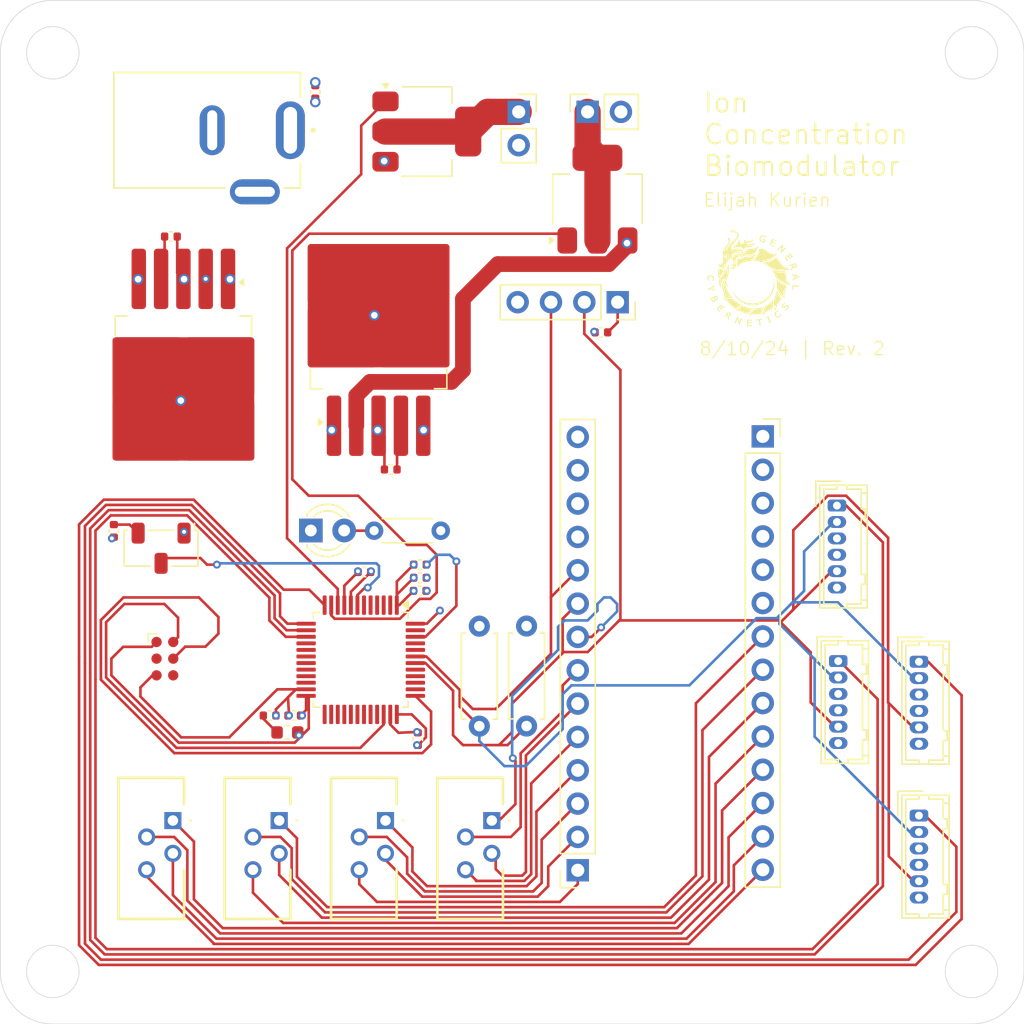
<source format=kicad_pcb>
(kicad_pcb (version 20240108) (generator "pcbnew") (generator_version "8.0")
  (layers (0 "F.Cu" signal) (1 "In1.Cu" power "Power") (2 "In2.Cu" power "GND") (31 "B.Cu" signal) (34 "B.Paste" user) (35 "F.Paste" user) (36 "B.SilkS" user "B.Silkscreen") (37 "F.SilkS" user "F.Silkscreen") (38 "B.Mask" user) (39 "F.Mask" user) (44 "Edge.Cuts" user))
  (net 0 "")
  (net 1 "GND")
  (net 2 "Net-(U4-FB)")
  (net 3 "Net-(SW2-A)")
  (net 4 "Net-(U1-FB)")
  (net 5 "+3.3V")
  (net 6 "Net-(C25-Pad1)")
  (net 7 "Net-(D2-A)")
  (net 8 "Net-(J11-Pin_5)")
  (net 9 "Net-(J11-Pin_6)")
  (net 10 "Net-(J11-Pin_8)")
  (net 11 "Net-(J11-Pin_7)")
  (net 12 "Net-(J11-Pin_1)")
  (net 13 "Net-(J11-Pin_4)")
  (net 14 "Net-(J11-Pin_2)")
  (net 15 "Net-(J11-Pin_3)")
  (net 16 "/I2C_SDA")
  (net 17 "+5V")
  (net 18 "Net-(J12-Pin_9)")
  (net 19 "Net-(J12-Pin_13)")
  (net 20 "Net-(J12-Pin_12)")
  (net 21 "Net-(J12-Pin_8)")
  (net 24 "Net-(J12-Pin_7)")
  (net 26 "Net-(J12-Pin_14)")
  (net 27 "Net-(J12-Pin_11)")
  (net 28 "Net-(J12-Pin_10)")
  (net 30 "/SWDIO")
  (net 32 "/SWCLK")
  (net 34 "Net-(J16-Pin_1)")
  (net 35 "+12V")
  (net 36 "/PELT_OUT")
  (net 37 "/SOLEN_OUT")
  (net 38 "/NRST")
  (net 39 "/I2C_SCK")
  (net 42 "/IRQn3")
  (net 57 "/IRQn4")
  (net 73 "/IRQn1")
  (net 75 "/IRQn2")
  (net 76 "Net-(Q3-D)")
  (footprint "Inductor_SMD:L_0603_1608Metric" (layer "F.Cu") (at 142.875 106.7875)
    (property "Reference" "FB2" (hide yes))
    (property "Value" "120R")
  )
  (footprint "Resistor_THT:R_Axial_DIN0207_L6.3mm_D2.5mm_P7.62mm_Horizontal" (layer "F.Cu") (at 161.1 98.68 -90)
    (property "Reference" "R1" (hide yes))
    (property "Value" "10,000R")
  )
  (footprint "Package_TO_SOT_SMD:SOT-223-3_TabPin2" (layer "F.Cu") (at 153.5 61)
    (property "Reference" "Q1" (hide yes))
    (property "Value" "NDT3055L")
  )
  (footprint "Capacitor_SMD:C_0402_1005Metric" (layer "F.Cu") (at 143.4 105.5 180)
    (property "Reference" "C18" (hide yes))
    (property "Value" "100nF")
  )
  (footprint "Resistor_THT:R_Axial_DIN0204_L3.6mm_D1.6mm_P5.08mm_Horizontal" (layer "F.Cu") (at 154.56 91.4125 180)
    (property "Reference" "R2" (hide yes))
    (property "Value" "220R")
  )
  (footprint "microfluidics:39532045" (layer "F.Cu") (at 158.45 113.5 -90)
    (property "Reference" "J8" (hide yes))
    (property "Value" "39-53-2045" (hide yes))
  )
  (footprint "Capacitor_SMD:C_0402_1005Metric" (layer "F.Cu") (at 134 69 180)
    (property "Reference" "C15" (hide yes))
    (property "Value" "100nF")
  )
  (footprint "Package_TO_SOT_SMD:TO-263-5_TabPin3" (layer "F.Cu") (at 134.95 79.875 -90)
    (property "Reference" "U1" (hide yes))
    (property "Value" "LM2576HVS-3.3")
  )
  (footprint "Capacitor_SMD:C_0402_1005Metric" (layer "F.Cu") (at 148.7375 94.5625)
    (property "Reference" "C21" (hide yes))
    (property "Value" "100nF")
  )
  (footprint "Package_TO_SOT_SMD:TO-263-5_TabPin3" (layer "F.Cu") (at 149.825 75.766852 90)
    (property "Reference" "U4" (hide yes))
    (property "Value" "LM2576HVS-5")
  )
  (footprint "microfluidics:39532045" (layer "F.Cu") (at 150.35 113.5 -90)
    (property "Reference" "J10" (hide yes))
    (property "Value" "39-53-2045" (hide yes))
  )
  (footprint "Connector_Hirose:Hirose_DF13-06P-1.25DSA_1x06_P1.25mm_Vertical" (layer "F.Cu") (at 184.85 101.35 -90)
    (property "Reference" "J2" (hide yes))
    (property "Value" "Conn_01x06_Pin")
  )
  (footprint "Capacitor_SMD:C_0402_1005Metric" (layer "F.Cu") (at 129.65 91.43 90)
    (property "Reference" "C14" (hide yes))
    (property "Value" "100nF")
  )
  (footprint "Capacitor_SMD:C_0402_1005Metric" (layer "F.Cu") (at 152.8125 107.2925 90)
    (property "Reference" "C16" (hide yes))
    (property "Value" "1uF")
  )
  (footprint "Connector_PinSocket_2.54mm:PinSocket_1x02_P2.54mm_Vertical" (layer "F.Cu") (at 165.75 59.5 90)
    (property "Reference" "PE1" (hide yes))
    (property "Value" "PeltierElement")
  )
  (footprint "LED_THT:LED_D3.0mm" (layer "F.Cu") (at 144.66 91.4)
    (property "Reference" "D2" (hide yes))
    (property "Value" "LED")
  )
  (footprint "Connector_Hirose:Hirose_DF13-06P-1.25DSA_1x06_P1.25mm_Vertical" (layer "F.Cu") (at 191 113.125 -90)
    (property "Reference" "J4" (hide yes))
    (property "Value" "Conn_01x06_Pin")
  )
  (footprint "microfluidics:39532045" (layer "F.Cu") (at 142.25 113.5 -90)
    (property "Reference" "J13" (hide yes))
    (property "Value" "39-53-2045" (hide yes))
  )
  (footprint "LOGO" (layer "F.Cu") (at 178.4 72.425)
    (property "Reference" "G***" (hide yes))
    (property "Value" "LOGO" (hide yes))
  )
  (footprint "Button_Switch_SMD:Nidec_Copal_CAS-120A" (layer "F.Cu") (at 133.25 92.75 -90)
    (property "Reference" "SW2" (hide yes))
    (property "Value" "SW_Nidec_CAS-120A1")
  )
  (footprint "Package_TO_SOT_SMD:SOT-223-3_TabPin2" (layer "F.Cu") (at 166.5 66.15 90)
    (property "Reference" "Q3" (hide yes))
    (property "Value" "NDT3055L")
  )
  (footprint "Capacitor_SMD:C_0402_1005Metric" (layer "F.Cu") (at 145 57.98 90)
    (property "Reference" "C1" (hide yes))
    (property "Value" "1uF")
  )
  (footprint "Resistor_THT:R_Axial_DIN0207_L6.3mm_D2.5mm_P7.62mm_Horizontal" (layer "F.Cu") (at 157.5 98.69 -90)
    (property "Reference" "R3" (hide yes))
    (property "Value" "10,000R")
  )
  (footprint "Package_QFP:LQFP-48_7x7mm_P0.5mm" (layer "F.Cu") (at 148.4625 101.25 -90)
    (property "Reference" "U6" (hide yes))
    (property "Value" "STM32F410C8Tx")
  )
  (footprint "Connector_PinSocket_2.54mm:PinSocket_1x04_P2.54mm_Vertical" (layer "F.Cu") (at 168.04 74 -90)
    (property "Reference" "J5" (hide yes))
    (property "Value" "Conn_01x04_Socket")
  )
  (footprint "microfluidics:39532045" (layer "F.Cu") (at 134.15 113.5 -90)
    (property "Reference" "J14" (hide yes))
    (property "Value" "39-53-2045" (hide yes))
  )
  (footprint "Capacitor_SMD:C_0402_1005Metric" (layer "F.Cu") (at 150.75 86.75)
    (property "Reference" "C11" (hide yes))
    (property "Value" "1uF")
  )
  (footprint "Connector_PinSocket_2.54mm:PinSocket_1x14_P2.54mm_Vertical" (layer "F.Cu") (at 165 117.29 180)
    (property "Reference" "J11" (hide yes))
    (property "Value" "Conn_01x14_Pin")
  )
  (footprint "Connector_PinSocket_2.54mm:PinSocket_1x14_P2.54mm_Vertical" (layer "F.Cu") (at 179.1 84.23)
    (property "Reference" "J12" (hide yes))
    (property "Value" "Conn_01x14_Pin")
  )
  (footprint "Capacitor_SMD:C_0402_1005Metric" (layer "F.Cu") (at 152.96 96)
    (property "Reference" "C22" (hide yes))
    (property "Value" "100nF")
  )
  (footprint "Capacitor_SMD:C_0402_1005Metric" (layer "F.Cu") (at 152.98 95)
    (property "Reference" "C24" (hide yes))
    (property "Value" "1uF")
  )
  (footprint "Capacitor_SMD:C_0402_1005Metric" (layer "F.Cu") (at 152.98 94)
    (property "Reference" "C23" (hide yes))
    (property "Value" "100nF")
  )
  (footprint "Connector:Tag-Connect_TC2030-IDC-FP_2x03_P1.27mm_Vertical" (layer "F.Cu") (at 133.54 101.165 -90)
    (property "Reference" "J15" (hide yes))
    (property "Value" "Conn_ARM_SWD_TagConnect_TC2030")
  )
  (footprint "Capacitor_SMD:C_0402_1005Metric" (layer "F.Cu") (at 166.8 76.3)
    (property "Reference" "C2" (hide yes))
    (property "Value" "100nF")
  )
  (footprint "Connector_Hirose:Hirose_DF13-06P-1.25DSA_1x06_P1.25mm_Vertical" (layer "F.Cu") (at 191 101.4 -90)
    (property "Reference" "J3" (hide yes))
    (property "Value" "Conn_01x06_Pin")
  )
  (footprint "Connector_PinSocket_2.54mm:PinSocket_1x02_P2.54mm_Vertical" (layer "F.Cu") (at 160.5 59.5)
    (property "Reference" "J16" (hide yes))
    (property "Value" "Conn_01x02_Socket")
  )
  (footprint "Connector_Hirose:Hirose_DF13-06P-1.25DSA_1x06_P1.25mm_Vertical" (layer "F.Cu") (at 184.75 89.5 -90)
    (property "Reference" "J1" (hide yes))
    (property "Value" "Conn_01x06_Pin")
  )
  (footprint "barrel_jack_EJ508A:MPD_EJ508A" (layer "F.Cu") (at 140.395 60.9 -90)
    (property "Reference" "J18" (hide yes))
    (property "Value" "EJ508A")
  )
  (footprint "Capacitor_SMD:C_0402_1005Metric" (layer "F.Cu") (at 141.52 105.5)
    (property "Reference" "C25" (hide yes))
    (property "Value" "1uF")
  )
  (gr_arc (start 121 55) (mid 122.171573 52.171573) (end 125 51) (stroke (width 0.05)) (layer "Edge.Cuts"))
  (gr_line (start 195 129) (end 125 129) (stroke (width 0.05)) (layer "Edge.Cuts"))
  (gr_arc (start 125 129) (mid 122.171573 127.828427) (end 121 125) (stroke (width 0.05)) (layer "Edge.Cuts"))
  (gr_circle (center 195 125) (end 195 123) (stroke (width 0.05)) (fill none) (layer "Edge.Cuts"))
  (gr_circle (center 125 125) (end 125 123) (stroke (width 0.05)) (fill none) (layer "Edge.Cuts"))
  (gr_circle (center 195 55) (end 195 53) (stroke (width 0.05)) (fill none) (layer "Edge.Cuts"))
  (gr_line (start 125 51) (end 195 51) (stroke (width 0.05)) (layer "Edge.Cuts"))
  (gr_arc (start 199 125) (mid 197.828427 127.828427) (end 195 129) (stroke (width 0.05)) (layer "Edge.Cuts"))
  (gr_line (start 121 125) (end 121 55) (stroke (width 0.05)) (layer "Edge.Cuts"))
  (gr_line (start 199 55) (end 199 125) (stroke (width 0.05)) (layer "Edge.Cuts"))
  (gr_circle (center 125 55) (end 125 53) (stroke (width 0.05)) (fill none) (layer "Edge.Cuts"))
  (gr_arc (start 195 51) (mid 197.828427 52.171573) (end 199 55) (stroke (width 0.05)) (layer "Edge.Cuts"))
  (gr_text "Elijah Kurien" (at 174.5 66.8 0) (layer "F.SilkS") (effects (font (size 1 1) (thickness 0.1)) (justify left bottom)))
  (gr_text "Ion\nConcentration\nBiomodulator" (at 174.5 64.5 0) (layer "F.SilkS") (effects (font (size 1.5 1.5)) (justify left bottom)))
  (gr_text "8/10/24 | Rev. 2" (at 174.2 78.125 0) (layer "F.SilkS") (effects (font (size 1 1) (thickness 0.1)) (justify left bottom)))
  (segment (start 150.27 84.22) (end 149.775 83.725) (width 0.2) (layer "F.Cu") (net 1))
  (segment (start 132.598565 102.435) (end 132.905 102.435) (width 0.2) (layer "F.Cu") (net 1))
  (segment (start 152.75 106.75) (end 152.8125 106.8125) (width 0.2) (layer "F.Cu") (net 1))
  (segment (start 143.53009 103.5) (end 142 105.03009) (width 0.2) (layer "F.Cu") (net 1))
  (segment (start 144.3 103.5) (end 143.53009 103.5) (width 0.2) (layer "F.Cu") (net 1))
  (segment (start 142.92 104.11009) (end 143 105.5) (width 0.2) (layer "F.Cu") (net 1))
  (segment (start 149.25 94.5) (end 149.28 94.5) (width 0.2) (layer "F.Cu") (net 1))
  (segment (start 150.7125 106.18241) (end 151.34259 106.8125) (width 0.2) (layer "F.Cu") (net 1))
  (segment (start 153.39491 99.5) (end 155.75 97.14491) (width 0.2) (layer "F.Cu") (net 1))
  (segment (start 147.7125 97.0875) (end 147.7125 96.0675) (width 0.2) (layer "F.Cu") (net 1))
  (segment (start 149.25 94.53) (end 149.25 94.5) (width 0.2) (layer "F.Cu") (net 1))
  (segment (start 168.04 75.54) (end 167.28 76.3) (width 0.2) (layer "F.Cu") (net 1))
  (segment (start 149.28 94.5) (end 149.2175 94.5625) (width 0.2) (layer "F.Cu") (net 1))
  (segment (start 144.3 103.5) (end 142.103866 103.5) (width 0.2) (layer "F.Cu") (net 1))
  (segment (start 134.786065 107.1625) (end 131.6787 104.055135) (width 0.2) (layer "F.Cu") (net 1))
  (segment (start 134.48 69) (end 134.48 71.755) (width 0.2) (layer "F.Cu") (net 1))
  (segment (start 152.625 99.5) (end 153.39491 99.5) (width 0.2) (layer "F.Cu") (net 1))
  (segment (start 138.441366 107.1625) (end 134.786065 107.1625) (width 0.2) (layer "F.Cu") (net 1))
  (segment (start 142.103866 103.5) (end 138.441366 107.1625) (width 0.2) (layer "F.Cu") (net 1))
  (segment (start 150.7125 105.4125) (end 150.7125 106.18241) (width 0.2) (layer "F.Cu") (net 1))
  (segment (start 155.75 97.14491) (end 155.75 93.75) (width 0.2) (layer "F.Cu") (net 1))
  (segment (start 143.53009 103.5) (end 142.92 104.11009) (width 0.2) (layer "F.Cu") (net 1))
  (segment (start 134.48 71.755) (end 134.95 72.225) (width 0.2) (layer "F.Cu") (net 1))
  (segment (start 150.27 86.75) (end 150.27 84.22) (width 0.2) (layer "F.Cu") (net 1))
  (segment (start 134.4725 71.7475) (end 134.95 72.225) (width 0.2) (layer "F.Cu") (net 1))
  (segment (start 143 105.5) (end 142.92 105.5) (width 0.2) (layer "F.Cu") (net 1))
  (segment (start 151.34259 106.8125) (end 152.75 106.75) (width 0.2) (layer "F.Cu") (net 1))
  (segment (start 142 105.03009) (end 142 105.5) (width 0.2) (layer "F.Cu") (net 1))
  (segment (start 131.6787 104.055135) (end 131.6787 103.354865) (width 0.2) (layer "F.Cu") (net 1))
  (segment (start 131.6787 103.354865) (end 132.598565 102.435) (width 0.2) (layer "F.Cu") (net 1))
  (segment (start 168.04 74) (end 168.04 75.54) (width 0.2) (layer "F.Cu") (net 1))
  (segment (start 147.7125 96.0675) (end 149.25 94.53) (width 0.2) (layer "F.Cu") (net 1))
  (via (at 153.5 95) (size 0.6) (drill 0.3) (layers "F.Cu" "B.Cu") (net 1))
  (via (at 153.25 83.75) (size 0.8) (drill 0.5) (layers "F.Cu" "B.Cu") (net 1))
  (via (at 135 91.5) (size 0.6) (drill 0.3) (layers "F.Cu" "B.Cu") (net 1))
  (via (at 149.75 83.75) (size 0.8) (drill 0.5) (layers "F.Cu" "B.Cu") (net 1))
  (via (at 145 57.25) (size 0.8) (drill 0.5) (layers "F.Cu" "B.Cu") (net 1))
  (via (at 153.5 94) (size 0.6) (drill 0.3) (layers "F.Cu" "B.Cu") (net 1))
  (via (at 134.75 81.5) (size 0.8) (drill 0.5) (layers "F.Cu" "B.Cu") (net 1))
  (via (at 149.25 94.5) (size 0.6) (drill 0.3) (layers "F.Cu" "B.Cu") (net 1))
  (via (at 135 72.25) (size 0.8) (drill 0.5) (layers "F.Cu" "B.Cu") (net 1))
  (via (at 131.5 72.25) (size 0.8) (drill 0.5) (layers "F.Cu" "B.Cu") (net 1))
  (via (at 129.5 92) (size 0.6) (drill 0.3) (layers "F.Cu" "B.Cu") (net 1))
  (via (at 152.75 106.75) (size 0.6) (drill 0.3) (layers "F.Cu" "B.Cu") (net 1))
  (via (at 142 105.5) (size 0.6) (drill 0.3) (layers "F.Cu" "B.Cu") (net 1))
  (via (at 149.5 75) (size 0.8) (drill 0.5) (layers "F.Cu" "B.Cu") (net 1))
  (via (at 153.5 96) (size 0.6) (drill 0.3) (layers "F.Cu" "B.Cu") (net 1))
  (via (at 143 105.5) (size 0.6) (drill 0.3) (layers "F.Cu" "B.Cu") (net 1))
  (via (at 155.75 93.75) (size 0.6) (drill 0.3) (layers "F.Cu" "B.Cu") (net 1))
  (segment (start 154.25 93.25) (end 153.5 94) (width 0.2) (layer "B.Cu") (net 1))
  (segment (start 155.25 93.25) (end 154.25 93.25) (width 0.2) (layer "B.Cu") (net 1))
  (segment (start 155.75 93.75) (end 155.25 93.25) (width 0.2) (layer "B.Cu") (net 1))
  (segment (start 151.23 83.97) (end 151.475 83.725) (width 0.2) (layer "F.Cu") (net 2))
  (segment (start 151.23 86.75) (end 151.23 83.97) (width 0.2) (layer "F.Cu") (net 2))
  (segment (start 129.65 90.95) (end 130.85 90.95) (width 0.2) (layer "F.Cu") (net 3))
  (segment (start 130.85 90.95) (end 131.5 91.6) (width 0.2) (layer "F.Cu") (net 3))
  (segment (start 133.52 69) (end 133.52 71.955) (width 0.2) (layer "F.Cu") (net 4))
  (segment (start 133.52 71.955) (end 133.25 72.225) (width 0.2) (layer "F.Cu") (net 4))
  (segment (start 144.5 106.5) (end 144.2125 106.7875) (width 0.2) (layer "F.Cu") (net 5))
  (segment (start 144.5 106.5) (end 143.4375 107.5625) (width 0.2) (layer "F.Cu") (net 5))
  (segment (start 143.88 105.5) (end 143.88 105.5) (width 0.2) (layer "F.Cu") (net 5))
  (segment (start 143.4375 107.5625) (end 134.588217 107.5625) (width 0.2) (layer "F.Cu") (net 5))
  (segment (start 130.363167 100.26255) (end 132.53745 100.26255) (width 0.2) (layer "F.Cu") (net 5))
  (segment (start 151.2125 97.0875) (end 151.3925 97.0875) (width 0.2) (layer "F.Cu") (net 5))
  (segment (start 151.2125 95.2875) (end 152.5 94) (width 0.2) (layer "F.Cu") (net 5))
  (segment (start 129.46255 101.163167) (end 130.363167 100.26255) (width 0.2) (layer "F.Cu") (net 5))
  (segment (start 153.5 98.5) (end 154.5 97.5) (width 0.2) (layer "F.Cu") (net 5))
  (segment (start 132.53745 100.26255) (end 132.905 99.895) (width 0.2) (layer "F.Cu") (net 5))
  (segment (start 151.2125 97.0875) (end 151.2125 96.2875) (width 0.2) (layer "F.Cu") (net 5))
  (segment (start 143.75 107) (end 143.6625 106.7875) (width 0.2) (layer "F.Cu") (net 5))
  (segment (start 151.2125 97.0875) (end 151.2125 95.2875) (width 0.2) (layer "F.Cu") (net 5))
  (segment (start 151.2125 105.4125) (end 152.348634 105.4125) (width 0.2) (layer "F.Cu") (net 5))
  (segment (start 144.3 104) (end 144.3 105.08) (width 0.2) (layer "F.Cu") (net 5))
  (segment (start 134.588217 107.5625) (end 129.46255 102.436833) (width 0.2) (layer "F.Cu") (net 5))
  (segment (start 129.46255 102.436833) (end 129.46255 101.163167) (width 0.2) (layer "F.Cu") (net 5))
  (segment (start 152.75 107.75) (end 152.75 107.835) (width 0.2) (layer "F.Cu") (net 5))
  (segment (start 144.3 104) (end 144.5 104.2) (width 0.2) (layer "F.Cu") (net 5))
  (segment (start 152.835 107.75) (end 152.75 107.75) (width 0.2) (layer "F.Cu") (net 5))
  (segment (start 152.5 95.98) (end 152.48 96) (width 0.2) (layer "F.Cu") (net 5))
  (segment (start 148.32 94.5) (end 148.2575 94.5625) (width 0.2) (layer "F.Cu") (net 5))
  (segment (start 148.25 94.57) (end 148.25 94.5) (width 0.2) (layer "F.Cu") (net 5))
  (segment (start 147.2125 97.0875) (end 147.2125 95.6075) (width 0.2) (layer "F.Cu") (net 5))
  (segment (start 152.348634 105.4125) (end 153.4225 106.486366) (width 0.2) (layer "F.Cu") (net 5))
  (segment (start 144 105.38) (end 144 105.5) (width 0.2) (layer "F.Cu") (net 5))
  (segment (start 144.5 104.2) (end 144.5 106.5) (width 0.2) (layer "F.Cu") (net 5))
  (segment (start 152.75 107.835) (end 152.8125 107.7725) (width 0.2) (layer "F.Cu") (net 5))
  (segment (start 144 105.5) (end 143.88 105.5) (width 0.2) (layer "F.Cu") (net 5))
  (segment (start 151.2125 96.2875) (end 152.5 95) (width 0.2) (layer "F.Cu") (net 5))
  (segment (start 153.4225 107.1625) (end 152.835 107.75) (width 0.2) (layer "F.Cu") (net 5))
  (segment (start 153.4225 106.486366) (end 153.4225 107.1625) (width 0.2) (layer "F.Cu") (net 5))
  (segment (start 147.2125 95.6075) (end 148.25 94.57) (width 0.2) (layer "F.Cu") (net 5))
  (segment (start 152.625 98.5) (end 153.5 98.5) (width 0.2) (layer "F.Cu") (net 5))
  (segment (start 148.25 94.5) (end 148.32 94.5) (width 0.2) (layer "F.Cu") (net 5))
  (segment (start 151.3925 97.0875) (end 152.48 96) (width 0.2) (layer "F.Cu") (net 5))
  (segment (start 152.5 96) (end 152.5 95.98) (width 0.2) (layer "F.Cu") (net 5))
  (segment (start 152.48 96) (end 152.5 96) (width 0.2) (layer "F.Cu") (net 5))
  (segment (start 144.2125 106.7875) (end 143.75 107) (width 0.2) (layer "F.Cu") (net 5))
  (segment (start 144.3 105.08) (end 144 105.38) (width 0.2) (layer "F.Cu") (net 5))
  (via (at 136.65 72.225) (size 0.6) (drill 0.3) (layers "F.Cu" "B.Cu") (net 5))
  (via (at 152.5 95) (size 0.6) (drill 0.3) (layers "F.Cu" "B.Cu") (net 5))
  (via (at 152.5 96) (size 0.6) (drill 0.3) (layers "F.Cu" "B.Cu") (net 5))
  (via (at 148.25 94.5) (size 0.6) (drill 0.3) (layers "F.Cu" "B.Cu") (net 5))
  (via (at 152.5 94) (size 0.6) (drill 0.3) (layers "F.Cu" "B.Cu") (net 5))
  (via (at 144 105.5) (size 0.6) (drill 0.3) (layers "F.Cu" "B.Cu") (net 5))
  (via (at 152.75 107.75) (size 0.6) (drill 0.3) (layers "F.Cu" "B.Cu") (net 5))
  (via (at 143.75 107) (size 0.6) (drill 0.3) (layers "F.Cu" "B.Cu") (net 5))
  (via (at 154.5 97.5) (size 0.6) (drill 0.3) (layers "F.Cu" "B.Cu") (net 5))
  (via (at 166.25 76.25) (size 0.6) (drill 0.3) (layers "F.Cu" "B.Cu") (net 5))
  (segment (start 141.04 105.74) (end 142.0875 106.7875) (width 0.2) (layer "F.Cu") (net 6))
  (segment (start 141.04 105.5) (end 141.04 105.74) (width 0.2) (layer "F.Cu") (net 6))
  (segment (start 147.2125 91.4125) (end 147.2 91.4) (width 0.2) (layer "F.Cu") (net 7))
  (segment (start 149.48 91.4125) (end 147.2125 91.4125) (width 0.2) (layer "F.Cu") (net 7))
  (segment (start 165 107.13) (end 161.45 110.68) (width 0.2) (layer "F.Cu") (net 8))
  (segment (start 157.25 118.05) (end 156.45 117.25) (width 0.2) (layer "F.Cu") (net 8))
  (segment (start 160.934314 118.1) (end 157.25 118.1) (width 0.2) (layer "F.Cu") (net 8))
  (segment (start 157.25 118.1) (end 157.25 118.05) (width 0.2) (layer "F.Cu") (net 8))
  (segment (start 161.45 110.68) (end 161.45 117.584314) (width 0.2) (layer "F.Cu") (net 8))
  (segment (start 161.45 117.584314) (end 160.934314 118.1) (width 0.2) (layer "F.Cu") (net 8))
  (segment (start 158.75 116.3) (end 158.45 116) (width 0.2) (layer "F.Cu") (net 9))
  (segment (start 159.25 117.7) (end 158.75 117.2) (width 0.2) (layer "F.Cu") (net 9))
  (segment (start 160.768628 117.7) (end 159.25 117.7) (width 0.2) (layer "F.Cu") (net 9))
  (segment (start 158.75 117.2) (end 158.75 116.3) (width 0.2) (layer "F.Cu") (net 9))
  (segment (start 161.05 117.418628) (end 160.768628 117.7) (width 0.2) (layer "F.Cu") (net 9))
  (segment (start 165 104.59) (end 161.05 108.54) (width 0.2) (layer "F.Cu") (net 9))
  (segment (start 161.05 108.54) (end 161.05 117.418628) (width 0.2) (layer "F.Cu") (net 9))
  (segment (start 166.05647 99.51) (end 166.783235 98.783235) (width 0.2) (layer "F.Cu") (net 10))
  (segment (start 160.05 108.75) (end 160.25 108.95) (width 0.2) (layer "F.Cu") (net 10))
  (segment (start 165 99.51) (end 166.05647 99.51) (width 0.2) (layer "F.Cu") (net 10))
  (segment (start 160.25 108.95) (end 160.25 112.25) (width 0.2) (layer "F.Cu") (net 10))
  (segment (start 159 113.5) (end 158.45 113.5) (width 0.2) (layer "F.Cu") (net 10))
  (segment (start 160.25 112.25) (end 159 113.5) (width 0.2) (layer "F.Cu") (net 10))
  (via (at 160.05 108.75) (size 0.6) (drill 0.3) (layers "F.Cu" "B.Cu") (net 10))
  (via (at 166.783235 98.783235) (size 0.6) (drill 0.3) (layers "F.Cu" "B.Cu") (net 10))
  (segment (start 160 108.7) (end 160.05 108.75) (width 0.2) (layer "B.Cu") (net 10))
  (segment (start 163.5 100.5) (end 160 104) (width 0.2) (layer "B.Cu") (net 10))
  (segment (start 167 96.5) (end 166.5 97) (width 0.2) (layer "B.Cu") (net 10))
  (segment (start 166.5 97) (end 166.5 97.5) (width 0.2) (layer "B.Cu") (net 10))
  (segment (start 168 97.56647) (end 168 97) (width 0.2) (layer "B.Cu") (net 10))
  (segment (start 164 98.25) (end 163.5 98.75) (width 0.2) (layer "B.Cu") (net 10))
  (segment (start 168 97) (end 167.5 96.5) (width 0.2) (layer "B.Cu") (net 10))
  (segment (start 167.5 96.5) (end 167 96.5) (width 0.2) (layer "B.Cu") (net 10))
  (segment (start 166.783235 98.783235) (end 168 97.56647) (width 0.2) (layer "B.Cu") (net 10))
  (segment (start 160 104) (end 160 108.7) (width 0.2) (layer "B.Cu") (net 10))
  (segment (start 165.75 98.25) (end 164 98.25) (width 0.2) (layer "B.Cu") (net 10))
  (segment (start 163.5 98.75) (end 163.5 100.5) (width 0.2) (layer "B.Cu") (net 10))
  (segment (start 166.5 97.5) (end 165.75 98.25) (width 0.2) (layer "B.Cu") (net 10))
  (segment (start 160.65 108.374314) (end 160.65 114) (width 0.2) (layer "F.Cu") (net 11))
  (segment (start 163.85 103.2) (end 163.85 105.174314) (width 0.2) (layer "F.Cu") (net 11))
  (segment (start 163.85 105.174314) (end 160.65 108.374314) (width 0.2) (layer "F.Cu") (net 11))
  (segment (start 165 102.05) (end 163.85 103.2) (width 0.2) (layer "F.Cu") (net 11))
  (segment (start 160.65 114) (end 159.9 114.75) (width 0.2) (layer "F.Cu") (net 11))
  (segment (start 159.9 114.75) (end 156.45 114.75) (width 0.2) (layer "F.Cu") (net 11))
  (segment (start 149.7 119.7) (end 148.35 118.35) (width 0.2) (layer "F.Cu") (net 12))
  (segment (start 165 118.34) (end 163.64 119.7) (width 0.2) (layer "F.Cu") (net 12))
  (segment (start 165 117.29) (end 165 118.34) (width 0.2) (layer "F.Cu") (net 12))
  (segment (start 163.64 119.7) (end 149.7 119.7) (width 0.2) (layer "F.Cu") (net 12))
  (segment (start 148.35 118.35) (end 148.35 117.25) (width 0.2) (layer "F.Cu") (net 12))
  (segment (start 161.85 117.75) (end 161.1 118.5) (width 0.2) (layer "F.Cu") (net 13))
  (segment (start 153.515686 118.5) (end 152.4 117.384314) (width 0.2) (layer "F.Cu") (net 13))
  (segment (start 152.4 117.384314) (end 152.4 115.55) (width 0.2) (layer "F.Cu") (net 13))
  (segment (start 161.1 118.5) (end 153.515686 118.5) (width 0.2) (layer "F.Cu") (net 13))
  (segment (start 165 109.67) (end 161.85 112.82) (width 0.2) (layer "F.Cu") (net 13))
  (segment (start 152.4 115.55) (end 150.35 113.5) (width 0.2) (layer "F.Cu") (net 13))
  (segment (start 161.85 112.82) (end 161.85 117.75) (width 0.2) (layer "F.Cu") (net 13))
  (segment (start 150.35 116.5) (end 150.35 116) (width 0.2) (layer "F.Cu") (net 14))
  (segment (start 165 114.75) (end 162.75 117) (width 0.2) (layer "F.Cu") (net 14))
  (segment (start 162.75 117) (end 162.75 118.5) (width 0.2) (layer "F.Cu") (net 14))
  (segment (start 161.95 119.3) (end 153.15 119.3) (width 0.2) (layer "F.Cu") (net 14))
  (segment (start 162.75 118.5) (end 161.95 119.3) (width 0.2) (layer "F.Cu") (net 14))
  (segment (start 153.15 119.3) (end 150.35 116.5) (width 0.2) (layer "F.Cu") (net 14))
  (segment (start 161.6 118.9) (end 153.35 118.9) (width 0.2) (layer "F.Cu") (net 15))
  (segment (start 153.35 118.9) (end 152 117.55) (width 0.2) (layer "F.Cu") (net 15))
  (segment (start 162.25 118.25) (end 161.6 118.9) (width 0.2) (layer "F.Cu") (net 15))
  (segment (start 165 112.21) (end 162.25 114.96) (width 0.2) (layer "F.Cu") (net 15))
  (segment (start 162.25 114.96) (end 162.25 118.25) (width 0.2) (layer "F.Cu") (net 15))
  (segment (start 152 117.55) (end 152 116.306497) (width 0.2) (layer "F.Cu") (net 15))
  (segment (start 152 116.306497) (end 150.443503 114.75) (width 0.2) (layer "F.Cu") (net 15))
  (segment (start 150.443503 114.75) (end 148.35 114.75) (width 0.2) (layer "F.Cu") (net 15))
  (segment (start 156 103.539404) (end 156 104) (width 0.2) (layer "F.Cu") (net 16))
  (segment (start 158.75 105) (end 162.96 100.79) (width 0.2) (layer "F.Cu") (net 16))
  (segment (start 162.96 96.5) (end 162.96 96.47) (width 0.2) (layer "F.Cu") (net 16))
  (segment (start 162.96 96.5) (end 162.96 74) (width 0.2) (layer "F.Cu") (net 16))
  (segment (start 157 105) (end 158.75 105) (width 0.2) (layer "F.Cu") (net 16))
  (segment (start 162.96 100.79) (end 162.96 96.5) (width 0.2) (layer "F.Cu") (net 16))
  (segment (start 152.625 101) (end 153.460596 101) (width 0.2) (layer "F.Cu") (net 16))
  (segment (start 162.96 96.47) (end 165 94.43) (width 0.2) (layer "F.Cu") (net 16))
  (segment (start 156 104) (end 157 105) (width 0.2) (layer "F.Cu") (net 16))
  (segment (start 156 104) (end 156 104.81) (width 0.2) (layer "F.Cu") (net 16))
  (segment (start 153.460596 101) (end 156 103.539404) (width 0.2) (layer "F.Cu") (net 16))
  (segment (start 156 104.81) (end 157.5 106.31) (width 0.2) (layer "F.Cu") (net 16))
  (segment (start 163.85 103.873654) (end 164.523654 103.2) (width 0.2) (layer "B.Cu") (net 16))
  (segment (start 184.45 102.6) (end 184.85 102.6) (width 0.2) (layer "B.Cu") (net 16))
  (segment (start 183.05 101.2) (end 183.05 107.11066) (width 0.2) (layer "B.Cu") (net 16))
  (segment (start 180.375 97.875) (end 181.125 97.125) (width 0.2) (layer "B.Cu") (net 16))
  (segment (start 182.25 93) (end 184.5 90.75) (width 0.2) (layer "B.Cu") (net 16))
  (segment (start 182.25 96) (end 182.25 93) (width 0.2) (layer "B.Cu") (net 16))
  (segment (start 159.40863 109.35) (end 161.030712 109.35) (width 0.2) (layer "B.Cu") (net 16))
  (segment (start 190.6 102.65) (end 191 102.65) (width 0.2) (layer "B.Cu") (net 16))
  (segment (start 180.375 98.525) (end 182.925 101.075) (width 0.2) (layer "B.Cu") (net 16))
  (segment (start 173.503654 103.2) (end 178.623654 98.08) (width 0.2) (layer "B.Cu") (net 16))
  (segment (start 183.05 107.11066) (end 190.31434 114.375) (width 0.2) (layer "B.Cu") (net 16))
  (segment (start 180.17 98.08) (end 180.375 97.875) (width 0.2) (layer "B.Cu") (net 16))
  (segment (start 182.925 101.075) (end 183.05 101.2) (width 0.2) (layer "B.Cu") (net 16))
  (segment (start 161.030712 109.35) (end 163.85 106.530712) (width 0.2) (layer "B.Cu") (net 16))
  (segment (start 178.623654 98.08) (end 180.17 98.08) (width 0.2) (layer "B.Cu") (net 16))
  (segment (start 164.523654 103.2) (end 173.503654 103.2) (width 0.2) (layer "B.Cu") (net 16))
  (segment (start 157.5 107.44137) (end 159.40863 109.35) (width 0.2) (layer "B.Cu") (net 16))
  (segment (start 190.31434 114.375) (end 191 114.375) (width 0.2) (layer "B.Cu") (net 16))
  (segment (start 182.925 101.075) (end 184.45 102.6) (width 0.2) (layer "B.Cu") (net 16))
  (segment (start 180.375 97.875) (end 180.375 98.525) (width 0.2) (layer "B.Cu") (net 16))
  (segment (start 184.825 96.875) (end 190.6 102.65) (width 0.2) (layer "B.Cu") (net 16))
  (segment (start 184.5 90.75) (end 184.75 90.75) (width 0.2) (layer "B.Cu") (net 16))
  (segment (start 181.375 96.875) (end 184.825 96.875) (width 0.2) (layer "B.Cu") (net 16))
  (segment (start 181.125 97.125) (end 181.375 96.875) (width 0.2) (layer "B.Cu") (net 16))
  (segment (start 157.5 106.31) (end 157.5 107.44137) (width 0.2) (layer "B.Cu") (net 16))
  (segment (start 163.85 106.530712) (end 163.85 103.873654) (width 0.2) (layer "B.Cu") (net 16))
  (segment (start 181.125 97.125) (end 182.25 96) (width 0.2) (layer "B.Cu") (net 16))
  (segment (start 167.361702 71.1) (end 158.9 71.1) (width 1.2) (layer "F.Cu") (net 17))
  (segment (start 156.25 73.75) (end 156.25 79.191852) (width 1.2) (layer "F.Cu") (net 17))
  (segment (start 148.075 83.725) (end 148.075 81.425) (width 0.2) (layer "F.Cu") (net 17))
  (segment (start 168.8 69.661702) (end 167.361702 71.1) (width 1.2) (layer "F.Cu") (net 17))
  (segment (start 155.366852 80.075) (end 149.166852 80.075) (width 1.2) (layer "F.Cu") (net 17))
  (segment (start 158.9 71.1) (end 156.25 73.75) (width 1.2) (layer "F.Cu") (net 17))
  (segment (start 149.166852 80.075) (end 148.125 81.116852) (width 1.2) (layer "F.Cu") (net 17))
  (segment (start 156.25 79.191852) (end 155.366852 80.075) (width 1.2) (layer "F.Cu") (net 17))
  (segment (start 168.8 69.3) (end 168.8 69.661702) (width 1.2) (layer "F.Cu") (net 17))
  (segment (start 148.125 81.116852) (end 148.125 83.416852) (width 1.2) (layer "F.Cu") (net 17))
  (via (at 168.75 69.5) (size 0.8) (drill 0.5) (layers "F.Cu" "B.Cu") (net 17))
  (segment (start 179.1 104.55) (end 175 108.65) (width 0.2) (layer "F.Cu") (net 18))
  (segment (start 175 118) (end 172.1 120.9) (width 0.2) (layer "F.Cu") (net 18))
  (segment (start 175 108.65) (end 175 118) (width 0.2) (layer "F.Cu") (net 18))
  (segment (start 142.25 117.65) (end 142.25 116) (width 0.2) (layer "F.Cu") (net 18))
  (segment (start 172.1 120.9) (end 145.5 120.9) (width 0.2) (layer "F.Cu") (net 18))
  (segment (start 145.5 120.9) (end 142.25 117.65) (width 0.2) (layer "F.Cu") (net 18))
  (segment (start 137.465686 122.5) (end 134.15 119.184314) (width 0.2) (layer "F.Cu") (net 19))
  (segment (start 176.892157 116.917843) (end 176.892157 118.892157) (width 0.2) (layer "F.Cu") (net 19))
  (segment (start 134.15 119.184314) (end 134.15 116) (width 0.2) (layer "F.Cu") (net 19))
  (segment (start 179.1 114.71) (end 176.892157 116.917843) (width 0.2) (layer "F.Cu") (net 19))
  (segment (start 173.284314 122.5) (end 137.465686 122.5) (width 0.2) (layer "F.Cu") (net 19))
  (segment (start 176.892157 118.892157) (end 173.284314 122.5) (width 0.2) (layer "F.Cu") (net 19))
  (segment (start 134.243503 114.75) (end 132.15 114.75) (width 0.2) (layer "F.Cu") (net 20))
  (segment (start 179.1 112.17) (end 176.492157 114.777843) (width 0.2) (layer "F.Cu") (net 20))
  (segment (start 176.492157 114.777843) (end 176.492157 118.5) (width 0.2) (layer "F.Cu") (net 20))
  (segment (start 135.25 115.756497) (end 134.243503 114.75) (width 0.2) (layer "F.Cu") (net 20))
  (segment (start 176.492157 118.5) (end 172.892157 122.1) (width 0.2) (layer "F.Cu") (net 20))
  (segment (start 172.892157 122.1) (end 137.75 122.1) (width 0.2) (layer "F.Cu") (net 20))
  (segment (start 137.75 122.1) (end 135.25 119.6) (width 0.2) (layer "F.Cu") (net 20))
  (segment (start 135.25 119.6) (end 135.25 115.756497) (width 0.2) (layer "F.Cu") (net 20))
  (segment (start 179.1 102.01) (end 174.5 106.61) (width 0.2) (layer "F.Cu") (net 21))
  (segment (start 174.5 106.61) (end 174.5 117.75) (width 0.2) (layer "F.Cu") (net 21))
  (segment (start 171.75 120.5) (end 145.75 120.5) (width 0.2) (layer "F.Cu") (net 21))
  (segment (start 174.5 117.75) (end 171.75 120.5) (width 0.2) (layer "F.Cu") (net 21))
  (segment (start 143.2 115.606497) (end 142.343503 114.75) (width 0.2) (layer "F.Cu") (net 21))
  (segment (start 145.75 120.5) (end 143.2 117.95) (width 0.2) (layer "F.Cu") (net 21))
  (segment (start 142.343503 114.75) (end 140.25 114.75) (width 0.2) (layer "F.Cu") (net 21))
  (segment (start 143.2 117.95) (end 143.2 115.606497) (width 0.2) (layer "F.Cu") (net 21))
  (segment (start 143.6 114.85) (end 142.25 113.5) (width 0.2) (layer "F.Cu") (net 24))
  (segment (start 143.6 117.784314) (end 143.6 114.85) (width 0.2) (layer "F.Cu") (net 24))
  (segment (start 179.1 99.47) (end 174 104.57) (width 0.2) (layer "F.Cu") (net 24))
  (segment (start 174 117.684314) (end 171.584314 120.1) (width 0.2) (layer "F.Cu") (net 24))
  (segment (start 174 104.57) (end 174 117.684314) (width 0.2) (layer "F.Cu") (net 24))
  (segment (start 171.584314 120.1) (end 145.915686 120.1) (width 0.2) (layer "F.Cu") (net 24))
  (segment (start 145.915686 120.1) (end 143.6 117.784314) (width 0.2) (layer "F.Cu") (net 24))
  (segment (start 179.1 117.25) (end 173.45 122.9) (width 0.2) (layer "F.Cu") (net 26))
  (segment (start 137.25 122.85) (end 132.15 117.75) (width 0.2) (layer "F.Cu") (net 26))
  (segment (start 173.45 122.9) (end 137.25 122.9) (width 0.2) (layer "F.Cu") (net 26))
  (segment (start 132.15 117.75) (end 132.15 117.25) (width 0.2) (layer "F.Cu") (net 26))
  (segment (start 137.25 122.9) (end 137.25 122.85) (width 0.2) (layer "F.Cu") (net 26))
  (segment (start 176 112.73) (end 176 118.25) (width 0.2) (layer "F.Cu") (net 27))
  (segment (start 135.75 119.5) (end 135.75 115.1) (width 0.2) (layer "F.Cu") (net 27))
  (segment (start 179.1 109.63) (end 176 112.73) (width 0.2) (layer "F.Cu") (net 27))
  (segment (start 135.75 115.1) (end 134.15 113.5) (width 0.2) (layer "F.Cu") (net 27))
  (segment (start 176 118.25) (end 172.55 121.7) (width 0.2) (layer "F.Cu") (net 27))
  (segment (start 137.95 121.7) (end 135.75 119.5) (width 0.2) (layer "F.Cu") (net 27))
  (segment (start 172.55 121.7) (end 137.95 121.7) (width 0.2) (layer "F.Cu") (net 27))
  (segment (start 142.55 121.3) (end 140.25 119) (width 0.2) (layer "F.Cu") (net 28))
  (segment (start 175.5 110.69) (end 175.5 118.184314) (width 0.2) (layer "F.Cu") (net 28))
  (segment (start 175.5 118.184314) (end 172.384314 121.3) (width 0.2) (layer "F.Cu") (net 28))
  (segment (start 172.384314 121.3) (end 142.55 121.3) (width 0.2) (layer "F.Cu") (net 28))
  (segment (start 179.1 107.09) (end 175.5 110.69) (width 0.2) (layer "F.Cu") (net 28))
  (segment (start 140.25 119) (end 140.25 117.25) (width 0.2) (layer "F.Cu") (net 28))
  (segment (start 130.450717 97) (end 133.5 97) (width 0.2) (layer "F.Cu") (net 30))
  (segment (start 150.2125 105.4125) (end 150.2125 106.18241) (width 0.2) (layer "F.Cu") (net 30))
  (segment (start 134.54255 99.52745) (end 134.175 99.895) (width 0.2) (layer "F.Cu") (net 30))
  (segment (start 134.54255 98.04255) (end 134.54255 99.52745) (width 0.2) (layer "F.Cu") (net 30))
  (segment (start 150.2125 106.18241) (end 148.43241 107.9625) (width 0.2) (layer "F.Cu") (net 30))
  (segment (start 134.422531 107.9625) (end 129.06255 102.602519) (width 0.2) (layer "F.Cu") (net 30))
  (segment (start 148.43241 107.9625) (end 134.422531 107.9625) (width 0.2) (layer "F.Cu") (net 30))
  (segment (start 129.06255 102.602519) (end 129.06255 98.388167) (width 0.2) (layer "F.Cu") (net 30))
  (segment (start 133.5 97) (end 134.54255 98.04255) (width 0.2) (layer "F.Cu") (net 30))
  (segment (start 129.06255 98.388167) (end 130.450717 97) (width 0.2) (layer "F.Cu") (net 30))
  (segment (start 137.61745 99.261833) (end 136.629283 100.25) (width 0.2) (layer "F.Cu") (net 32))
  (segment (start 152.625 104) (end 153.8225 105.1975) (width 0.2) (layer "F.Cu") (net 32))
  (segment (start 135.09 100.25) (end 134.175 101.165) (width 0.2) (layer "F.Cu") (net 32))
  (segment (start 153.158634 108.3625) (end 134.256845 108.3625) (width 0.2) (layer "F.Cu") (net 32))
  (segment (start 130.385031 96.5) (end 136.129283 96.5) (width 0.2) (layer "F.Cu") (net 32))
  (segment (start 128.66255 102.768205) (end 128.66255 98.222481) (width 0.2) (layer "F.Cu") (net 32))
  (segment (start 153.8225 105.1975) (end 153.8225 107.698634) (width 0.2) (layer "F.Cu") (net 32))
  (segment (start 136.629283 100.25) (end 135.09 100.25) (width 0.2) (layer "F.Cu") (net 32))
  (segment (start 128.66255 98.222481) (end 130.385031 96.5) (width 0.2) (layer "F.Cu") (net 32))
  (segment (start 136.129283 96.5) (end 137.61745 97.988167) (width 0.2) (layer "F.Cu") (net 32))
  (segment (start 134.256845 108.3625) (end 128.66255 102.768205) (width 0.2) (layer "F.Cu") (net 32))
  (segment (start 153.8225 107.698634) (end 153.158634 108.3625) (width 0.2) (layer "F.Cu") (net 32))
  (segment (start 137.61745 97.988167) (end 137.61745 99.261833) (width 0.2) (layer "F.Cu") (net 32))
  (segment (start 156.65 61) (end 158.15 59.5) (width 2) (layer "F.Cu") (net 34))
  (segment (start 150.35 61) (end 156.65 61) (width 2) (layer "F.Cu") (net 34))
  (segment (start 158.15 59.5) (end 160.5 59.5) (width 2) (layer "F.Cu") (net 34))
  (via (at 150.25 63.25) (size 0.8) (drill 0.5) (layers "F.Cu" "B.Cu") (net 35))
  (via (at 146.25 83.75) (size 0.8) (drill 0.5) (layers "F.Cu" "B.Cu") (net 35))
  (via (at 138.5 72.25) (size 0.8) (drill 0.5) (layers "F.Cu" "B.Cu") (net 35))
  (via (at 145 58.75) (size 0.8) (drill 0.5) (layers "F.Cu" "B.Cu") (net 35))
  (segment (start 143.25 70.065686) (end 144.532843 68.782843) (width 0.2) (layer "F.Cu") (net 36))
  (segment (start 154.25 96.126134) (end 154.25 93.25) (width 0.2) (layer "F.Cu") (net 36))
  (segment (start 144.5 88.75) (end 143.25 87.5) (width 0.2) (layer "F.Cu") (net 36))
  (segment (start 146.2125 97.0875) (end 146.2125 97.85741) (width 0.2) (layer "F.Cu") (net 36))
  (segment (start 143.25 87.5) (end 143.25 70.065686) (width 0.2) (layer "F.Cu") (net 36))
  (segment (start 148.265256 88.75) (end 144.5 88.75) (width 0.2) (layer "F.Cu") (net 36))
  (segment (start 152.015256 92.5) (end 148.265256 88.75) (width 0.2) (layer "F.Cu") (net 36))
  (segment (start 146.48009 98.125) (end 151.44491 98.125) (width 0.2) (layer "F.Cu") (net 36))
  (segment (start 154.25 93.25) (end 153.5 92.5) (width 0.2) (layer "F.Cu") (net 36))
  (segment (start 163.682843 68.782843) (end 164.2 69.3) (width 0.2) (layer "F.Cu") (net 36))
  (segment (start 153.5 92.5) (end 152.015256 92.5) (width 0.2) (layer "F.Cu") (net 36))
  (segment (start 152.95991 96.61) (end 153.766134 96.61) (width 0.2) (layer "F.Cu") (net 36))
  (segment (start 144.532843 68.782843) (end 163.682843 68.782843) (width 0.2) (layer "F.Cu") (net 36))
  (segment (start 151.44491 98.125) (end 152.95991 96.61) (width 0.2) (layer "F.Cu") (net 36))
  (segment (start 146.2125 97.85741) (end 146.48009 98.125) (width 0.2) (layer "F.Cu") (net 36))
  (segment (start 153.766134 96.61) (end 154.25 96.126134) (width 0.2) (layer "F.Cu") (net 36))
  (segment (start 142.85 69.9) (end 148.5 64.25) (width 0.2) (layer "F.Cu") (net 37))
  (segment (start 146.7125 97.0875) (end 146.7125 95.8525) (width 0.2) (layer "F.Cu") (net 37))
  (segment (start 148.5 60.55) (end 150.35 58.7) (width 0.2) (layer "F.Cu") (net 37))
  (segment (start 146.7125 95.8525) (end 142.85 91.99) (width 0.2) (layer "F.Cu") (net 37))
  (segment (start 148.5 64.25) (end 148.5 60.55) (width 0.2) (layer "F.Cu") (net 37))
  (segment (start 142.85 91.99) (end 142.85 69.9) (width 0.2) (layer "F.Cu") (net 37))
  (segment (start 148.2125 96.31759) (end 148.78009 95.75) (width 0.2) (layer "F.Cu") (net 38))
  (segment (start 133.65 93.5) (end 133.25 93.9) (width 0.2) (layer "F.Cu") (net 38))
  (segment (start 148.2125 97.0875) (end 148.2125 96.31759) (width 0.2) (layer "F.Cu") (net 38))
  (segment (start 137.5 94) (end 136.75 94) (width 0.2) (layer "F.Cu") (net 38))
  (segment (start 136.25 93.5) (end 133.65 93.5) (width 0.2) (layer "F.Cu") (net 38))
  (segment (start 136.75 94) (end 136.25 93.5) (width 0.2) (layer "F.Cu") (net 38))
  (segment (start 148.78009 95.75) (end 149 95.75) (width 0.2) (layer "F.Cu") (net 38))
  (via (at 149 95.75) (size 0.6) (drill 0.3) (layers "F.Cu" "B.Cu") (net 38))
  (via (at 137.5 94) (size 0.6) (drill 0.3) (layers "F.Cu" "B.Cu") (net 38))
  (segment (start 149.85 94.1) (end 149.65 93.9) (width 0.2) (layer "B.Cu") (net 38))
  (segment (start 149.65 93.9) (end 137.6 93.9) (width 0.2) (layer "B.Cu") (net 38))
  (segment (start 149 95.75) (end 149.85 94.9) (width 0.2) (layer "B.Cu") (net 38))
  (segment (start 149.85 94.9) (end 149.85 94.1) (width 0.2) (layer "B.Cu") (net 38))
  (segment (start 137.6 93.9) (end 137.5 94) (width 0.2) (layer "B.Cu") (net 38))
  (segment (start 168.25 98.165) (end 168.25 79.166134) (width 0.2) (layer "F.Cu") (net 39))
  (segment (start 163.54 101.04) (end 163.92 100.66) (width 0.2) (layer "F.Cu") (net 39))
  (segment (start 188.7 116.225) (end 190.6 118.125) (width 0.2) (layer "F.Cu") (net 39))
  (segment (start 168.25 79.166134) (end 165.5 76.416134) (width 0.2) (layer "F.Cu") (net 39))
  (segment (start 182.75 104.5) (end 184.6 106.35) (width 0.2) (layer "F.Cu") (net 39))
  (segment (start 156.25 107.75) (end 155.5 107) (width 0.2) (layer "F.Cu") (net 39))
  (segment (start 184.35 94.5) (end 184.75 94.5) (width 0.2) (layer "F.Cu") (net 39))
  (segment (start 160 106.75) (end 160 104.58) (width 0.2) (layer "F.Cu") (net 39))
  (segment (start 155.5 103.60509) (end 153.39491 101.5) (width 0.2) (layer "F.Cu") (net 39))
  (segment (start 190.6 118.125) (end 191 118.125) (width 0.2) (layer "F.Cu") (net 39))
  (segment (start 163.92 100.66) (end 165.755 100.66) (width 0.2) (layer "F.Cu") (net 39))
  (segment (start 180.46 98.39) (end 180.5 98.35) (width 0.2) (layer "F.Cu") (net 39))
  (segment (start 184.051304 88.75) (end 185.448696 88.75) (width 0.2) (layer "F.Cu") (net 39))
  (segment (start 159 107.75) (end 160 106.75) (width 0.2) (layer "F.Cu") (net 39))
  (segment (start 184.6 106.35) (end 184.85 106.35) (width 0.2) (layer "F.Cu") (net 39))
  (segment (start 188.7 104.55) (end 188.7 116.225) (width 0.2) (layer "F.Cu") (net 39))
  (segment (start 168.025 98.39) (end 168.165 98.25) (width 0.2) (layer "F.Cu") (net 39))
  (segment (start 188.65 104.5) (end 188.7 104.55) (width 0.2) (layer "F.Cu") (net 39))
  (segment (start 155.5 107) (end 155.5 103.60509) (width 0.2) (layer "F.Cu") (net 39))
  (segment (start 185.448696 88.75) (end 188.65 91.951304) (width 0.2) (layer "F.Cu") (net 39))
  (segment (start 190.55 106.4) (end 191 106.4) (width 0.2) (layer "F.Cu") (net 39))
  (segment (start 156.25 107.75) (end 159 107.75) (width 0.2) (layer "F.Cu") (net 39))
  (segment (start 159 107.75) (end 159.65 107.75) (width 0.2) (layer "F.Cu") (net 39))
  (segment (start 181.3 97.55) (end 181.425 97.425) (width 0.2) (layer "F.Cu") (net 39))
  (segment (start 188.65 104.5) (end 190.55 106.4) (width 0.2) (layer "F.Cu") (net 39))
  (segment (start 180.46 98.39) (end 182.75 100.68) (width 0.2) (layer "F.Cu") (net 39))
  (segment (start 163.54 101.04) (end 163.85 100.73) (width 0.2) (layer "F.Cu") (net 39))
  (segment (start 181.3 97.55) (end 184.35 94.5) (width 0.2) (layer "F.Cu") (net 39))
  (segment (start 165.755 100.66) (end 168.025 98.39) (width 0.2) (layer "F.Cu") (net 39))
  (segment (start 153.39491 101.5) (end 152.625 101.5) (width 0.2) (layer "F.Cu") (net 39))
  (segment (start 180.5 98.35) (end 181.3 97.55) (width 0.2) (layer "F.Cu") (net 39))
  (segment (start 188.65 91.951304) (end 188.65 104.5) (width 0.2) (layer "F.Cu") (net 39))
  (segment (start 181.425 91.376304) (end 184.051304 88.75) (width 0.2) (layer "F.Cu") (net 39))
  (segment (start 168.165 98.25) (end 180.32 98.25) (width 0.2) (layer "F.Cu") (net 39))
  (segment (start 163.85 100.73) (end 163.85 98.12) (width 0.2) (layer "F.Cu") (net 39))
  (segment (start 182.75 100.68) (end 182.75 104.5) (width 0.2) (layer "F.Cu") (net 39))
  (segment (start 159.65 107.75) (end 161.1 106.3) (width 0.2) (layer "F.Cu") (net 39))
  (segment (start 160 104.58) (end 163.54 101.04) (width 0.2) (layer "F.Cu") (net 39))
  (segment (start 168.025 98.39) (end 168.25 98.165) (width 0.2) (layer "F.Cu") (net 39))
  (segment (start 163.85 98.12) (end 165 96.97) (width 0.2) (layer "F.Cu") (net 39))
  (segment (start 181.425 97.425) (end 181.425 91.376304) (width 0.2) (layer "F.Cu") (net 39))
  (segment (start 180.32 98.25) (end 180.46 98.39) (width 0.2) (layer "F.Cu") (net 39))
  (segment (start 165.5 76.416134) (end 165.5 74) (width 0.2) (layer "F.Cu") (net 39))
  (segment (start 141.9 98.084314) (end 141.9 96.34957) (width 0.2) (layer "F.Cu") (net 42))
  (segment (start 135.40043 89.85) (end 129.24818 89.85) (width 0.2) (layer "F.Cu") (net 42))
  (segment (start 141.907843 98.092157) (end 141.9 98.084314) (width 0.2) (layer "F.Cu") (net 42))
  (segment (start 128.95 123.7) (end 183.05 123.7) (width 0.2) (layer "F.Cu") (net 42))
  (segment (start 127.85 122.6) (end 128.95 123.7) (width 0.2) (layer "F.Cu") (net 42))
  (segment (start 127.85 91.24818) (end 127.85 102.25) (width 0.2) (layer "F.Cu") (net 42))
  (segment (start 129.24818 89.85) (end 127.85 91.24818) (width 0.2) (layer "F.Cu") (net 42))
  (segment (start 144.3 99) (end 142.815686 99) (width 0.2) (layer "F.Cu") (net 42))
  (segment (start 141.9 96.34957) (end 140.525215 94.974785) (width 0.2) (layer "F.Cu") (net 42))
  (segment (start 127.85 102.25) (end 127.85 122.6) (width 0.2) (layer "F.Cu") (net 42))
  (segment (start 140.525215 94.974785) (end 135.40043 89.85) (width 0.2) (layer "F.Cu") (net 42))
  (segment (start 188.25 92.3) (end 185.45 89.5) (width 0.2) (layer "F.Cu") (net 42))
  (segment (start 142.815686 99) (end 141.907843 98.092157) (width 0.2) (layer "F.Cu") (net 42))
  (segment (start 185.45 89.5) (end 184.75 89.5) (width 0.2) (layer "F.Cu") (net 42))
  (segment (start 188.25 118.5) (end 188.25 92.3) (width 0.2) (layer "F.Cu") (net 42))
  (segment (start 183.05 123.7) (end 188.25 118.5) (width 0.2) (layer "F.Cu") (net 42))
  (segment (start 128.25 122.434314) (end 129.115686 123.3) (width 0.2) (layer "F.Cu") (net 57))
  (segment (start 135.234744 90.25) (end 141.5 96.515256) (width 0.2) (layer "F.Cu") (net 57))
  (segment (start 184.95 101.35) (end 184.85 101.35) (width 0.2) (layer "F.Cu") (net 57))
  (segment (start 128.25 102.75) (end 128.25 122.434314) (width 0.2) (layer "F.Cu") (net 57))
  (segment (start 128.25 102.75) (end 128.25 91.413866) (width 0.2) (layer "F.Cu") (net 57))
  (segment (start 129.115686 123.3) (end 182.884314 123.3) (width 0.2) (layer "F.Cu") (net 57))
  (segment (start 182.884314 123.3) (end 187.85 118.334314) (width 0.2) (layer "F.Cu") (net 57))
  (segment (start 141.5 96.515256) (end 141.5 98.25) (width 0.2) (layer "F.Cu") (net 57))
  (segment (start 141.5 98.25) (end 142.75 99.5) (width 0.2) (layer "F.Cu") (net 57))
  (segment (start 129.413866 90.25) (end 135.234744 90.25) (width 0.2) (layer "F.Cu") (net 57))
  (segment (start 128.25 91.413866) (end 129.413866 90.25) (width 0.2) (layer "F.Cu") (net 57))
  (segment (start 187.85 104.25) (end 184.95 101.35) (width 0.2) (layer "F.Cu") (net 57))
  (segment (start 187.85 118.334314) (end 187.85 104.25) (width 0.2) (layer "F.Cu") (net 57))
  (segment (start 142.75 99.5) (end 144.3 99.5) (width 0.2) (layer "F.Cu") (net 57))
  (segment (start 127 123) (end 128.5 124.5) (width 0.2) (layer "F.Cu") (net 73))
  (segment (start 142.590901 95.909099) (end 135.731802 89.05) (width 0.2) (layer "F.Cu") (net 73))
  (segment (start 128.5 124.5) (end 190.75 124.5) (width 0.2) (layer "F.Cu") (net 73))
  (segment (start 135.731802 89.05) (end 128.884314 89.05) (width 0.2) (layer "F.Cu") (net 73))
  (segment (start 127 90.934314) (end 127 101) (width 0.2) (layer "F.Cu") (net 73))
  (segment (start 190.75 124.5) (end 194.25 121) (width 0.2) (layer "F.Cu") (net 73))
  (segment (start 128.884314 89.05) (end 127 90.934314) (width 0.2) (layer "F.Cu") (net 73))
  (segment (start 191.7 101.4) (end 191 101.4) (width 0.2) (layer "F.Cu") (net 73))
  (segment (start 145.7125 97.0875) (end 144.534099 95.909099) (width 0.2) (layer "F.Cu") (net 73))
  (segment (start 144.534099 95.909099) (end 142.590901 95.909099) (width 0.2) (layer "F.Cu") (net 73))
  (segment (start 194.25 121) (end 194.25 103.95) (width 0.2) (layer "F.Cu") (net 73))
  (segment (start 127 101) (end 127 123) (width 0.2) (layer "F.Cu") (net 73))
  (segment (start 194.25 103.95) (end 191.7 101.4) (width 0.2) (layer "F.Cu") (net 73))
  (segment (start 191.475 113.125) (end 191 113.125) (width 0.2) (layer "F.Cu") (net 75))
  (segment (start 142.315686 97.934314) (end 142.315686 96.199571) (width 0.2) (layer "F.Cu") (net 75))
  (segment (start 142.3 96.183884) (end 141.116115 95) (width 0.2) (layer "F.Cu") (net 75))
  (segment (start 144.3 98.5) (end 142.881372 98.5) (width 0.2) (layer "F.Cu") (net 75))
  (segment (start 142.3 96.183885) (end 142.3 96.183884) (width 0.2) (layer "F.Cu") (net 75))
  (segment (start 127.45 101.5) (end 127.45 122.884314) (width 0.2) (layer "F.Cu") (net 75))
  (segment (start 142.315686 96.199571) (end 142.3 96.183885) (width 0.2) (layer "F.Cu") (net 75))
  (segment (start 193.85 115.5) (end 191.475 113.125) (width 0.2) (layer "F.Cu") (net 75))
  (segment (start 193.85 120.465686) (end 193.85 115.5) (width 0.2) (layer "F.Cu") (net 75))
  (segment (start 129.05 89.45) (end 127.45 91.05) (width 0.2) (layer "F.Cu") (net 75))
  (segment (start 135.566115 89.45) (end 129.05 89.45) (width 0.2) (layer "F.Cu") (net 75))
  (segment (start 128.665686 124.1) (end 190.215686 124.1) (width 0.2) (layer "F.Cu") (net 75))
  (segment (start 127.45 122.884314) (end 128.665686 124.1) (width 0.2) (layer "F.Cu") (net 75))
  (segment (start 142.881372 98.5) (end 142.315686 97.934314) (width 0.2) (layer "F.Cu") (net 75))
  (segment (start 141.116115 95) (end 135.566115 89.45) (width 0.2) (layer "F.Cu") (net 75))
  (segment (start 127.45 91.05) (end 127.45 101.5) (width 0.2) (layer "F.Cu") (net 75))
  (segment (start 190.215686 124.1) (end 193.85 120.465686) (width 0.2) (layer "F.Cu") (net 75))
  (segment (start 165.75 62.25) (end 165.75 59.5) (width 2) (layer "F.Cu") (net 76))
  (segment (start 166.5 63) (end 165.75 62.25) (width 2) (layer "F.Cu") (net 76))
  (segment (start 166.5 63) (end 166.5 69.3) (width 2) (layer "F.Cu") (net 76))
)
</source>
